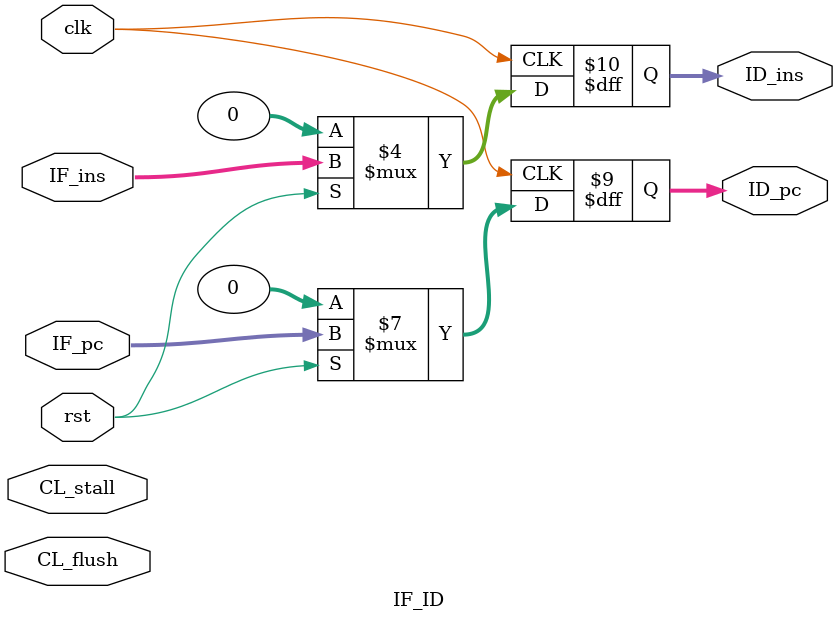
<source format=v>
`timescale 1ns / 1ps

module IF_ID(
    input clk,
    input rst,
    input wire [5:0] CL_stall,//
    input wire CL_flush,//
    //ï¿½ï¿½ï¿½ï¿½È¡Ö¸ï¿½×¶Îµï¿½ï¿½Åºï¿½
    input wire [31:0] IF_pc,//ï¿½ï¿½È¡Ö¸ï¿½ï¿½Äµï¿½Ö?
    input wire [31:0] IF_ins,//ï¿½ï¿½È¡ï¿½ï¿½Ö¸ï¿½ï¿½
    //È¥ï¿½ï¿½ï¿½ï¿½ï¿½ï¿½×¶Îµï¿½ï¿½Åºï¿?
    output reg [31:0] ID_pc,
    output reg [31:0] ID_ins
);
//Ê±ï¿½ï¿½ï¿½ï¿½Æ²ï¿½ï¿½Ö£ï¿½Ã¿ï¿½ï¿½Ê±ï¿½ï¿½ï¿½ï¿½ï¿½ï¿½ï¿½ï¿½ï¿½ÅºÅ´ï¿½ï¿½Íµï¿½ï¿½ï¿½ï¿½ï¿½ï¿½ï¿½ï¿½ï¿½Ò»ï¿½ï¿?
always @(posedge clk) begin
    if(rst==1'b0) begin
        ID_pc<=32'b0;
        ID_ins<=32'b0;
    end else begin
        ID_pc<=IF_pc;
        ID_ins<=IF_ins;
    end
end
endmodule

</source>
